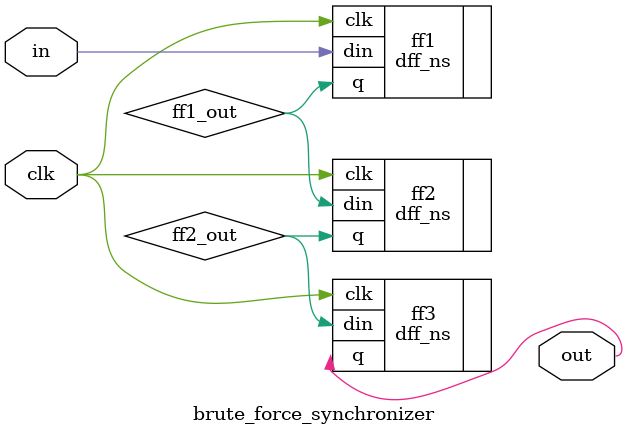
<source format=v>
module brute_force_synchronizer(
    input clk,  // Standard system clock.
    input in,   // Async input 
    output out  // Virtually guaranteed sync output.
);

    // Our chain of three FFs.
    wire ff1_out, ff2_out;

    dff_ns ff1(.clk(clk), .din(in), .q(ff1_out));
    dff_ns ff2(.clk(clk), .din(ff1_out), .q(ff2_out));
    dff_ns ff3(.clk(clk), .din(ff2_out), .q(out));

endmodule

</source>
